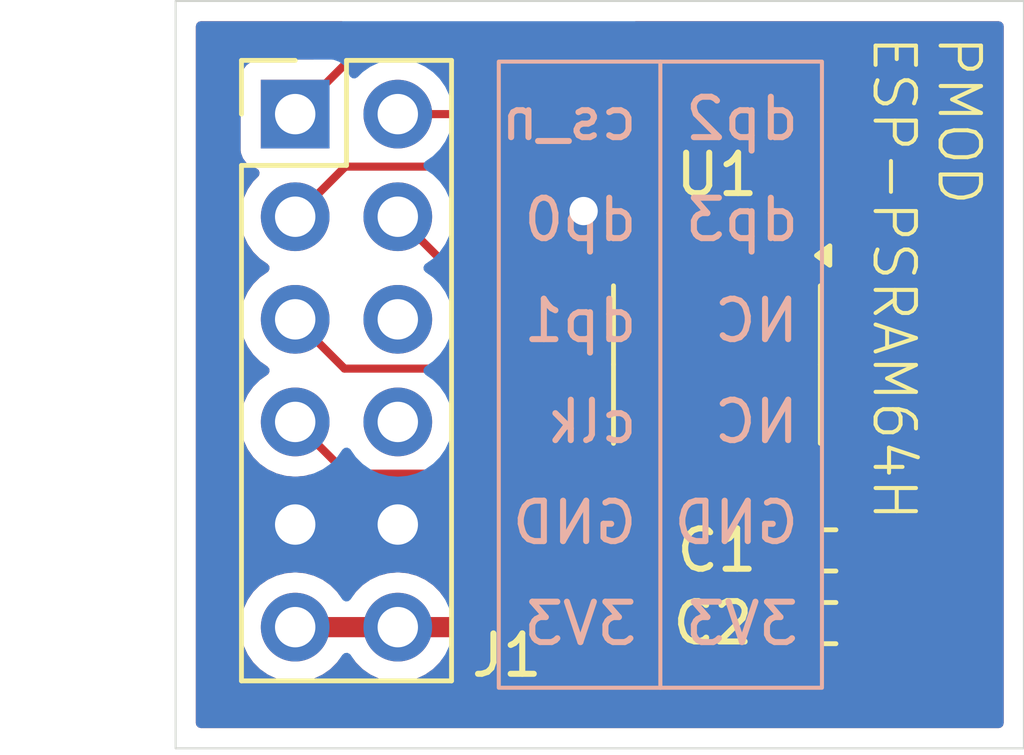
<source format=kicad_pcb>
(kicad_pcb (version 20240108) (generator "pcbnew") (generator_version "8.0")
  (layers (0 "F.Cu" signal) (31 "B.Cu" signal) (34 "B.Paste" user) (35 "F.Paste" user) (36 "B.SilkS" user "B.Silkscreen") (37 "F.SilkS" user "F.Silkscreen") (38 "B.Mask" user) (39 "F.Mask" user) (44 "Edge.Cuts" user))
  (net 0 "")
  (net 1 "/dp0")
  (net 2 "GND")
  (net 3 "/dp2")
  (net 4 "/3V3")
  (net 5 "/cs_n")
  (net 6 "/dp1")
  (net 7 "/clk")
  (net 8 "/dp3")
  (footprint "Capacitor_SMD:C_0603_1608Metric_Pad1.08x0.95mm_HandSolder" (layer "F.Cu") (at 145.7 84.9)
    (property "Reference" "C2" (at -2.9 0 0) (layer "F.SilkS"))
    (property "Value" "1uF")
    (fp_line (start -0.146267 -0.51) (end 0.146267 -0.51) (stroke (width 0.12)) (layer "F.SilkS"))
    (fp_line (start -0.146267 0.51) (end 0.146267 0.51) (stroke (width 0.12)) (layer "F.SilkS"))
    (pad "1" smd roundrect (at -0.8625 0) (size 1.075 0.95) (layers "F.Cu" "F.Paste" "F.Mask") (net 4 "/3V3"))
    (pad "2" smd roundrect (at 0.8625 0) (size 1.075 0.95) (layers "F.Cu" "F.Paste" "F.Mask") (net 2 "GND"))
  )
  (footprint "Capacitor_SMD:C_0603_1608Metric_Pad1.08x0.95mm_HandSolder" (layer "F.Cu") (at 145.7 83.1)
    (property "Reference" "C1" (at -2.8 0 0) (layer "F.SilkS"))
    (property "Value" "100nF")
    (fp_line (start -0.146267 -0.51) (end 0.146267 -0.51) (stroke (width 0.12)) (layer "F.SilkS"))
    (fp_line (start -0.146267 0.51) (end 0.146267 0.51) (stroke (width 0.12)) (layer "F.SilkS"))
    (pad "1" smd roundrect (at -0.8625 0) (size 1.075 0.95) (layers "F.Cu" "F.Paste" "F.Mask") (net 4 "/3V3"))
    (pad "2" smd roundrect (at 0.8625 0) (size 1.075 0.95) (layers "F.Cu" "F.Paste" "F.Mask") (net 2 "GND"))
  )
  (footprint "Package_SO:SOIC-8_3.9x4.9mm_P1.27mm" (layer "F.Cu") (at 142.9 78.5 -90)
    (property "Reference" "U1" (at -4.7 0 180) (layer "F.SilkS"))
    (property "Value" "ESP-PSRAM64H")
    (fp_line (start 0 2.56) (end -1.95 2.56) (stroke (width 0.12)) (layer "F.SilkS"))
    (fp_line (start 0 2.56) (end 1.95 2.56) (stroke (width 0.12)) (layer "F.SilkS"))
    (fp_line (start 0 -2.56) (end -1.95 -2.56) (stroke (width 0.12)) (layer "F.SilkS"))
    (fp_line (start 0 -2.56) (end 1.95 -2.56) (stroke (width 0.12)) (layer "F.SilkS"))
    (fp_poly (pts (xy -2.7 -2.465) (xy -2.94 -2.795) (xy -2.46 -2.795) (xy -2.7 -2.465)) (stroke (width 0.12)) (fill solid) (layer "F.SilkS"))
    (pad "1" smd roundrect (at -2.475 -1.905 270) (size 1.95 0.6) (layers "F.Cu" "F.Paste" "F.Mask") (net 5 "/cs_n"))
    (pad "2" smd roundrect (at -2.475 -0.635 270) (size 1.95 0.6) (layers "F.Cu" "F.Paste" "F.Mask") (net 1 "/dp0"))
    (pad "3" smd roundrect (at -2.475 0.635 270) (size 1.95 0.6) (layers "F.Cu" "F.Paste" "F.Mask") (net 3 "/dp2"))
    (pad "4" smd roundrect (at -2.475 1.905 270) (size 1.95 0.6) (layers "F.Cu" "F.Paste" "F.Mask") (net 2 "GND"))
    (pad "5" smd roundrect (at 2.475 1.905 270) (size 1.95 0.6) (layers "F.Cu" "F.Paste" "F.Mask") (net 6 "/dp1"))
    (pad "6" smd roundrect (at 2.475 0.635 270) (size 1.95 0.6) (layers "F.Cu" "F.Paste" "F.Mask") (net 7 "/clk"))
    (pad "7" smd roundrect (at 2.475 -0.635 270) (size 1.95 0.6) (layers "F.Cu" "F.Paste" "F.Mask") (net 8 "/dp3"))
    (pad "8" smd roundrect (at 2.475 -1.905 270) (size 1.95 0.6) (layers "F.Cu" "F.Paste" "F.Mask") (net 4 "/3V3"))
  )
  (footprint "Connector_PinHeader_2.54mm:PinHeader_2x06_P2.54mm_Vertical" (layer "F.Cu") (at 132.46 72.3)
    (property "Reference" "J1" (at 5.24 13.4 0) (layer "F.SilkS"))
    (property "Value" "Conn_02x06_Odd_Even")
    (fp_line (start -1.33 -1.33) (end 0 -1.33) (stroke (width 0.12)) (layer "F.SilkS"))
    (fp_line (start -1.33 0) (end -1.33 -1.33) (stroke (width 0.12)) (layer "F.SilkS"))
    (fp_line (start -1.33 1.27) (end -1.33 14.03) (stroke (width 0.12)) (layer "F.SilkS"))
    (fp_line (start -1.33 1.27) (end 1.27 1.27) (stroke (width 0.12)) (layer "F.SilkS"))
    (fp_line (start -1.33 14.03) (end 3.87 14.03) (stroke (width 0.12)) (layer "F.SilkS"))
    (fp_line (start 1.27 -1.33) (end 3.87 -1.33) (stroke (width 0.12)) (layer "F.SilkS"))
    (fp_line (start 1.27 1.27) (end 1.27 -1.33) (stroke (width 0.12)) (layer "F.SilkS"))
    (fp_line (start 3.87 -1.33) (end 3.87 14.03) (stroke (width 0.12)) (layer "F.SilkS"))
    (pad "1" thru_hole rect (at 0 0) (size 1.7 1.7) (drill 1) (layers "*.Cu" "*.Mask") (net 5 "/cs_n"))
    (pad "2" thru_hole oval (at 2.54 0) (size 1.7 1.7) (drill 1) (layers "*.Cu" "*.Mask") (net 3 "/dp2"))
    (pad "3" thru_hole oval (at 0 2.54) (size 1.7 1.7) (drill 1) (layers "*.Cu" "*.Mask") (net 1 "/dp0"))
    (pad "4" thru_hole oval (at 2.54 2.54) (size 1.7 1.7) (drill 1) (layers "*.Cu" "*.Mask") (net 8 "/dp3"))
    (pad "5" thru_hole oval (at 0 5.08) (size 1.7 1.7) (drill 1) (layers "*.Cu" "*.Mask") (net 6 "/dp1"))
    (pad "6" thru_hole oval (at 2.54 5.08) (size 1.7 1.7) (drill 1) (layers "*.Cu" "*.Mask"))
    (pad "7" thru_hole oval (at 0 7.62) (size 1.7 1.7) (drill 1) (layers "*.Cu" "*.Mask") (net 7 "/clk"))
    (pad "8" thru_hole oval (at 2.54 7.62) (size 1.7 1.7) (drill 1) (layers "*.Cu" "*.Mask"))
    (pad "9" thru_hole oval (at 0 10.16) (size 1.7 1.7) (drill 1) (layers "*.Cu" "*.Mask") (net 2 "GND"))
    (pad "10" thru_hole oval (at 2.54 10.16) (size 1.7 1.7) (drill 1) (layers "*.Cu" "*.Mask") (net 2 "GND"))
    (pad "11" thru_hole oval (at 0 12.7) (size 1.7 1.7) (drill 1) (layers "*.Cu" "*.Mask") (net 4 "/3V3"))
    (pad "12" thru_hole oval (at 2.54 12.7) (size 1.7 1.7) (drill 1) (layers "*.Cu" "*.Mask") (net 4 "/3V3"))
  )
  (gr_line (start 141.5 71) (end 141.5 86.5) (stroke (width 0.1)) (layer "B.SilkS"))
  (gr_rect (start 137.5 71) (end 145.5 86.5) (stroke (width 0.1)) (fill none) (layer "B.SilkS"))
  (gr_rect (start 129.5 69.5) (end 150.5 88) (stroke (width 0.05)) (fill none) (layer "Edge.Cuts"))
  (gr_text "GND" (at 145 83 0) (layer "B.SilkS") (effects (font (size 1 1)) (justify left bottom mirror)))
  (gr_text "3V3" (at 145 85.5 0) (layer "B.SilkS") (effects (font (size 1 1)) (justify left bottom mirror)))
  (gr_text "NC" (at 145 78 0) (layer "B.SilkS") (effects (font (size 1 1)) (justify left bottom mirror)))
  (gr_text "dp2" (at 145 73 0) (layer "B.SilkS") (effects (font (size 1 1)) (justify left bottom mirror)))
  (gr_text "NC" (at 145 80.5 0) (layer "B.SilkS") (effects (font (size 1 1)) (justify left bottom mirror)))
  (gr_text "dp0" (at 141 75.5 -0) (layer "B.SilkS") (effects (font (size 1 1)) (justify left bottom mirror)))
  (gr_text "dp3" (at 145 75.5 0) (layer "B.SilkS") (effects (font (size 1 1)) (justify left bottom mirror)))
  (gr_text "cs_n" (at 141 73 -0) (layer "B.SilkS") (effects (font (size 1 1)) (justify left bottom mirror)))
  (gr_text "clk" (at 141 80.5 0) (layer "B.SilkS") (effects (font (size 1 1)) (justify left bottom mirror)))
  (gr_text "GND" (at 141 83 0) (layer "B.SilkS") (effects (font (size 1 1)) (justify left bottom mirror)))
  (gr_text "3V3" (at 141 85.5 0) (layer "B.SilkS") (effects (font (size 1 1)) (justify left bottom mirror)))
  (gr_text "dp1" (at 141 78 0) (layer "B.SilkS") (effects (font (size 1 1)) (justify left bottom mirror)))
  (gr_text "PMOD\nESP-PSRAM64H" (at 146.7 70.3 -90) (layer "F.SilkS") (effects (font (size 1 1) (thickness 0.1)) (justify left bottom)))
  (segment (start 139.6 77.3) (end 135.9 73.6) (width 0.2) (layer "F.Cu") (net 1))
  (segment (start 135.9 73.6) (end 133.7 73.6) (width 0.2) (layer "F.Cu") (net 1))
  (segment (start 143.234999 77.3) (end 139.6 77.3) (width 0.2) (layer "F.Cu") (net 1))
  (segment (start 133.7 73.6) (end 132.46 74.84) (width 0.2) (layer "F.Cu") (net 1))
  (segment (start 143.535 76.025) (end 143.535 76.999999) (width 0.2) (layer "F.Cu") (net 1))
  (segment (start 143.535 76.999999) (end 143.234999 77.3) (width 0.2) (layer "F.Cu") (net 1))
  (segment (start 140.925 76.025) (end 139.6 74.7) (width 0.5) (layer "F.Cu") (net 2))
  (segment (start 140.995 76.025) (end 140.925 76.025) (width 0.5) (layer "F.Cu") (net 2))
  (via (at 139.6 74.7) (size 1) (drill 0.7) (layers "F.Cu" "B.Cu") (net 2))
  (segment (start 139.514999 72.3) (end 135 72.3) (width 0.2) (layer "F.Cu") (net 3))
  (segment (start 142.265 76.025) (end 142.265 75.050001) (width 0.2) (layer "F.Cu") (net 3))
  (segment (start 142.265 75.050001) (end 139.514999 72.3) (width 0.2) (layer "F.Cu") (net 3))
  (segment (start 132.46 85) (end 135 85) (width 0.5) (layer "F.Cu") (net 4))
  (segment (start 144.805 80.975) (end 144.805 83.0675) (width 0.5) (layer "F.Cu") (net 4))
  (segment (start 144.8375 83.1) (end 144.8375 84.9) (width 0.5) (layer "F.Cu") (net 4))
  (segment (start 135 85) (end 144.8375 85) (width 0.5) (layer "F.Cu") (net 4))
  (segment (start 144.805 83.0675) (end 144.8375 83.1) (width 0.5) (layer "F.Cu") (net 4))
  (segment (start 144.805 76.025) (end 144.805 75.050001) (width 0.2) (layer "F.Cu") (net 5))
  (segment (start 140.454999 70.7) (end 134.06 70.7) (width 0.2) (layer "F.Cu") (net 5))
  (segment (start 144.805 75.050001) (end 140.454999 70.7) (width 0.2) (layer "F.Cu") (net 5))
  (segment (start 134.06 70.7) (end 132.46 72.3) (width 0.2) (layer "F.Cu") (net 5))
  (segment (start 140.995 80.975) (end 138.62 78.6) (width 0.2) (layer "F.Cu") (net 6))
  (segment (start 133.68 78.6) (end 132.46 77.38) (width 0.2) (layer "F.Cu") (net 6))
  (segment (start 138.62 78.6) (end 133.68 78.6) (width 0.2) (layer "F.Cu") (net 6))
  (segment (start 141.814999 82.4) (end 137 82.4) (width 0.2) (layer "F.Cu") (net 7))
  (segment (start 142.265 81.949999) (end 141.814999 82.4) (width 0.2) (layer "F.Cu") (net 7))
  (segment (start 135.8 81.2) (end 133.74 81.2) (width 0.2) (layer "F.Cu") (net 7))
  (segment (start 133.74 81.2) (end 132.46 79.92) (width 0.2) (layer "F.Cu") (net 7))
  (segment (start 137 82.4) (end 135.8 81.2) (width 0.2) (layer "F.Cu") (net 7))
  (segment (start 142.265 80.975) (end 142.265 81.949999) (width 0.2) (layer "F.Cu") (net 7))
  (segment (start 135.54 74.84) (end 135 74.84) (width 0.2) (layer "F.Cu") (net 8))
  (segment (start 138.16 78) (end 135 74.84) (width 0.2) (layer "F.Cu") (net 8))
  (segment (start 143.535 80.000001) (end 141.534999 78) (width 0.2) (layer "F.Cu") (net 8))
  (segment (start 143.535 80.975) (end 143.535 80.000001) (width 0.2) (layer "F.Cu") (net 8))
  (segment (start 141.534999 78) (end 138.16 78) (width 0.2) (layer "F.Cu") (net 8))
  (zone (net 2) (net_name "GND") (layers "F&B.Cu") (connect_pads yes (clearance 0.5)) (min_thickness 0.25) (fill yes (thermal_gap 0.5) (thermal_bridge_width 0.5))
    (polygon (pts (xy 129.5 69.5) (xy 150.5 69.5) (xy 150.5 88) (xy 129.5 88)))
  )
)
</source>
